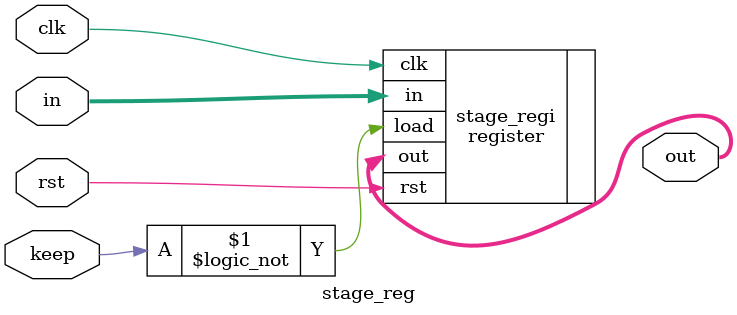
<source format=v>
module stage_reg #(parameter WIDTH=8) (
  input clk, rst,
  input keep,
  input [WIDTH-1:0] in,
  output wire [WIDTH-1:0] out
);

  // Stage Register
  register #(.WIDTH(WIDTH)) stage_regi (.clk(clk), .rst(rst),
                                        .load(!keep),
                                        .in(in),
                                        .out(out));

endmodule
</source>
